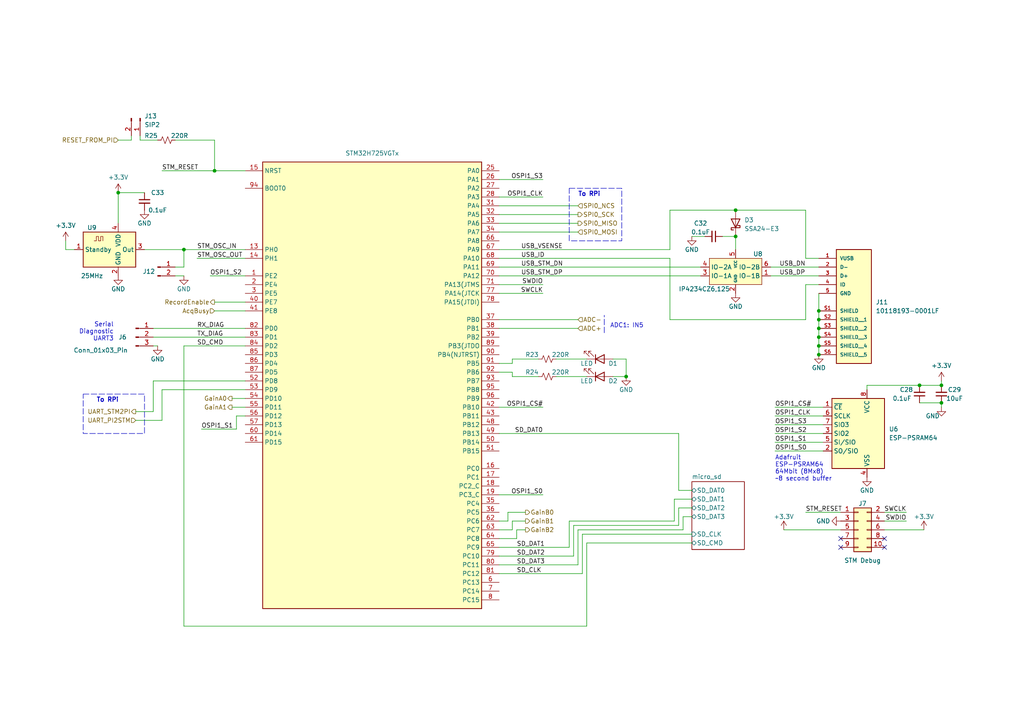
<source format=kicad_sch>
(kicad_sch (version 20230121) (generator eeschema)
  (paper "A4")
  (lib_symbols
    (symbol "Connector:Conn_01x02_Pin" (pin_names (offset 1.016) hide)
      (property "Reference" "J" (at 0 2.54 0))
      (property "Value" "Conn_01x02_Pin" (at 0 -5.08 0))
      (symbol "Conn_01x02_Pin_1_1"
        (polyline (pts (xy 1.27 -2.54) (xy 0.8636 -2.54)) (stroke (width 0.1524)))
        (polyline (pts (xy 1.27 0) (xy 0.8636 0)) (stroke (width 0.1524)))
        (rectangle (start 0.8636 -2.413) (end 0 -2.667) (stroke (width 0.1524)) (fill (type outline)))
        (rectangle (start 0.8636 0.127) (end 0 -0.127) (stroke (width 0.1524)) (fill (type outline)))
        (pin passive line (at 5.08 0 180) (length 3.81) (name "Pin_1") (number "1"))
        (pin passive line (at 5.08 -2.54 180) (length 3.81) (name "Pin_2") (number "2"))
      )
    )
    (symbol "Connector:Conn_01x03_Pin" (pin_names (offset 1.016) hide)
      (property "Reference" "J" (at 0 5.08 0))
      (property "Value" "Conn_01x03_Pin" (at 0 -5.08 0))
      (symbol "Conn_01x03_Pin_1_1"
        (polyline (pts (xy 1.27 -2.54) (xy 0.8636 -2.54)) (stroke (width 0.1524)))
        (polyline (pts (xy 1.27 0) (xy 0.8636 0)) (stroke (width 0.1524)))
        (polyline (pts (xy 1.27 2.54) (xy 0.8636 2.54)) (stroke (width 0.1524)))
        (rectangle (start 0.8636 -2.413) (end 0 -2.667) (stroke (width 0.1524)) (fill (type outline)))
        (rectangle (start 0.8636 0.127) (end 0 -0.127) (stroke (width 0.1524)) (fill (type outline)))
        (rectangle (start 0.8636 2.667) (end 0 2.413) (stroke (width 0.1524)) (fill (type outline)))
        (pin passive line (at 5.08 2.54 180) (length 3.81) (name "Pin_1") (number "1"))
        (pin passive line (at 5.08 0 180) (length 3.81) (name "Pin_2") (number "2"))
        (pin passive line (at 5.08 -2.54 180) (length 3.81) (name "Pin_3") (number "3"))
      )
    )
    (symbol "Connector_Generic:Conn_02x05_Odd_Even" (pin_names (offset 1.016) hide)
      (property "Reference" "J" (at 1.27 7.62 0))
      (property "Value" "Conn_02x05_Odd_Even" (at 1.27 -7.62 0))
      (symbol "Conn_02x05_Odd_Even_1_1"
        (rectangle (start -1.27 -4.953) (end 0 -5.207) (stroke (width 0.1524)))
        (rectangle (start -1.27 -2.413) (end 0 -2.667) (stroke (width 0.1524)))
        (rectangle (start -1.27 0.127) (end 0 -0.127) (stroke (width 0.1524)))
        (rectangle (start -1.27 2.667) (end 0 2.413) (stroke (width 0.1524)))
        (rectangle (start -1.27 5.207) (end 0 4.953) (stroke (width 0.1524)))
        (rectangle (start -1.27 6.35) (end 3.81 -6.35) (stroke (width 0.254)) (fill (type background)))
        (rectangle (start 3.81 -4.953) (end 2.54 -5.207) (stroke (width 0.1524)))
        (rectangle (start 3.81 -2.413) (end 2.54 -2.667) (stroke (width 0.1524)))
        (rectangle (start 3.81 0.127) (end 2.54 -0.127) (stroke (width 0.1524)))
        (rectangle (start 3.81 2.667) (end 2.54 2.413) (stroke (width 0.1524)))
        (rectangle (start 3.81 5.207) (end 2.54 4.953) (stroke (width 0.1524)))
        (pin passive line (at -5.08 5.08 0) (length 3.81) (name "Pin_1") (number "1"))
        (pin passive line (at 7.62 -5.08 180) (length 3.81) (name "Pin_10") (number "10"))
        (pin passive line (at 7.62 5.08 180) (length 3.81) (name "Pin_2") (number "2"))
        (pin passive line (at -5.08 2.54 0) (length 3.81) (name "Pin_3") (number "3"))
        (pin passive line (at 7.62 2.54 180) (length 3.81) (name "Pin_4") (number "4"))
        (pin passive line (at -5.08 0 0) (length 3.81) (name "Pin_5") (number "5"))
        (pin passive line (at 7.62 0 180) (length 3.81) (name "Pin_6") (number "6"))
        (pin passive line (at -5.08 -2.54 0) (length 3.81) (name "Pin_7") (number "7"))
        (pin passive line (at 7.62 -2.54 180) (length 3.81) (name "Pin_8") (number "8"))
        (pin passive line (at -5.08 -5.08 0) (length 3.81) (name "Pin_9") (number "9"))
      )
    )
    (symbol "Device:C_Small" (pin_numbers hide) (pin_names (offset 0.254) hide)
      (property "Reference" "C" (at 0.254 1.778 0))
      (property "Value" "C_Small" (at 0.254 -2.032 0))
      (symbol "C_Small_0_1"
        (polyline (pts (xy -1.524 -0.508) (xy 1.524 -0.508)) (stroke (width 0.3302)))
        (polyline (pts (xy -1.524 0.508) (xy 1.524 0.508)) (stroke (width 0.3048)))
      )
      (symbol "C_Small_1_1"
        (pin passive line (at 0 2.54 270) (length 2.032) (name "~") (number "1"))
        (pin passive line (at 0 -2.54 90) (length 2.032) (name "~") (number "2"))
      )
    )
    (symbol "Device:D_Schottky" (pin_numbers hide) (pin_names (offset 1.016) hide)
      (property "Reference" "D" (at 0 2.54 0))
      (property "Value" "D_Schottky" (at 0 -2.54 0))
      (symbol "D_Schottky_0_1"
        (polyline (pts (xy 1.27 0) (xy -1.27 0)))
        (polyline (pts (xy 1.27 1.27) (xy 1.27 -1.27) (xy -1.27 0) (xy 1.27 1.27)) (stroke (width 0.254)))
        (polyline (pts (xy -1.905 0.635) (xy -1.905 1.27) (xy -1.27 1.27) (xy -1.27 -1.27) (xy -0.635 -1.27) (xy -0.635 -0.635)) (stroke (width 0.254)))
      )
      (symbol "D_Schottky_1_1"
        (pin passive line (at -3.81 0 0) (length 2.54) (name "K") (number "1"))
        (pin passive line (at 3.81 0 180) (length 2.54) (name "A") (number "2"))
      )
    )
    (symbol "Device:LED" (pin_numbers hide) (pin_names (offset 1.016) hide)
      (property "Reference" "D" (at 0 2.54 0))
      (property "Value" "LED" (at 0 -2.54 0))
      (symbol "LED_0_1"
        (polyline (pts (xy -1.27 -1.27) (xy -1.27 1.27)) (stroke (width 0.254)))
        (polyline (pts (xy -1.27 0) (xy 1.27 0)))
        (polyline (pts (xy 1.27 -1.27) (xy 1.27 1.27) (xy -1.27 0) (xy 1.27 -1.27)) (stroke (width 0.254)))
        (polyline (pts (xy -3.048 -0.762) (xy -4.572 -2.286) (xy -3.81 -2.286) (xy -4.572 -2.286) (xy -4.572 -1.524)))
        (polyline (pts (xy -1.778 -0.762) (xy -3.302 -2.286) (xy -2.54 -2.286) (xy -3.302 -2.286) (xy -3.302 -1.524)))
      )
      (symbol "LED_1_1"
        (pin passive line (at -3.81 0 0) (length 2.54) (name "K") (number "1"))
        (pin passive line (at 3.81 0 180) (length 2.54) (name "A") (number "2"))
      )
    )
    (symbol "Device:R_Small_US" (pin_numbers hide) (pin_names (offset 0.254) hide)
      (property "Reference" "R" (at 0.762 0.508 0))
      (property "Value" "R_Small_US" (at 0.762 -1.016 0))
      (symbol "R_Small_US_1_1"
        (polyline (pts (xy 0 0) (xy 1.016 -0.381) (xy 0 -0.762) (xy -1.016 -1.143) (xy 0 -1.524)))
        (polyline (pts (xy 0 1.524) (xy 1.016 1.143) (xy 0 0.762) (xy -1.016 0.381) (xy 0 0)))
        (pin passive line (at 0 2.54 270) (length 1.016) (name "~") (number "1"))
        (pin passive line (at 0 -2.54 90) (length 1.016) (name "~") (number "2"))
      )
    )
    (symbol "Memory_RAM:ESP-PSRAM32"
      (property "Reference" "U" (at 3.81 11.43 0))
      (property "Value" "ESP-PSRAM32" (at -1.27 -11.43 0))
      (symbol "ESP-PSRAM32_0_1"
        (rectangle (start -7.62 10.16) (end 7.62 -10.16) (stroke (width 0.254)) (fill (type background)))
      )
      (symbol "ESP-PSRAM32_1_1"
        (pin input line (at 10.16 7.62 180) (length 2.54) (name "~{CE}") (number "1"))
        (pin output line (at 10.16 -5.08 180) (length 2.54) (name "SO/SIO") (number "2"))
        (pin bidirectional line (at 10.16 0 180) (length 2.54) (name "SIO2") (number "3"))
        (pin power_in line (at -2.54 -12.7 90) (length 2.54) (name "VSS") (number "4"))
        (pin input line (at 10.16 -2.54 180) (length 2.54) (name "SI/SIO") (number "5"))
        (pin output line (at 10.16 5.08 180) (length 2.54) (name "SCLK") (number "6"))
        (pin bidirectional line (at 10.16 2.54 180) (length 2.54) (name "SIO3") (number "7"))
        (pin power_in line (at -2.54 12.7 270) (length 2.54) (name "VCC") (number "8"))
      )
    )
    (symbol "Oscillator:ASDMB-xxxMHz"
      (property "Reference" "U" (at -6.35 6.35 0))
      (property "Value" "ASDMB-xxxMHz" (at 11.43 6.35 0))
      (symbol "ASDMB-xxxMHz_1_1"
        (rectangle (start -7.62 5.08) (end 7.62 -5.08) (stroke (width 0.254)) (fill (type background)))
        (polyline (pts (xy -4.445 2.54) (xy -3.81 2.54) (xy -3.81 3.81) (xy -3.175 3.81) (xy -3.175 2.54) (xy -2.54 2.54) (xy -2.54 3.81) (xy -1.905 3.81) (xy -1.905 2.54)))
        (pin input line (at -10.16 0 0) (length 2.54) (name "Standby") (number "1"))
        (pin power_in line (at 2.54 -7.62 90) (length 2.54) (name "GND") (number "2"))
        (pin output line (at 10.16 0 180) (length 2.54) (name "Out") (number "3"))
        (pin power_in line (at 2.54 7.62 270) (length 2.54) (name "VDD") (number "4"))
      )
    )
    (symbol "power:+3.3V" (power) (pin_names (offset 0))
      (property "Value" "+3.3V" (at 0 3.556 0))
      (symbol "+3.3V_0_1"
        (polyline (pts (xy -0.762 1.27) (xy 0 2.54)))
        (polyline (pts (xy 0 0) (xy 0 2.54)))
        (polyline (pts (xy 0 2.54) (xy 0.762 1.27)))
      )
      (symbol "+3.3V_1_1"
        (pin power_in line (at 0 0 90) (length 0) hide (name "+3.3V") (number "1"))
      )
    )
    (symbol "power:GND" (power) (pin_names (offset 0))
      (property "Value" "GND" (at 0 -3.81 0))
      (symbol "GND_0_1"
        (polyline (pts (xy 0 0) (xy 0 -1.27) (xy 1.27 -1.27) (xy 0 -2.54) (xy -1.27 -1.27) (xy 0 -1.27)))
      )
      (symbol "GND_1_1"
        (pin power_in line (at 0 0 270) (length 0) hide (name "GND") (number "1"))
      )
    )
    (symbol "projectlib:10118193-0001LF" (pin_names (offset 1.016))
      (property "Reference" "J" (at -5.0817 10.9286 0))
      (property "Value" "10118193-0001LF" (at -5.0819 -25.4097 0))
      (symbol "10118193-0001LF_0_0"
        (rectangle (start -5.08 -22.86) (end 5.08 10.16) (stroke (width 0.254)) (fill (type background)))
        (pin passive line (at -10.16 7.62 0) (length 5.08) (name "VUSB") (number "1"))
        (pin passive line (at -10.16 5.08 0) (length 5.08) (name "D-") (number "2"))
        (pin passive line (at -10.16 2.54 0) (length 5.08) (name "D+") (number "3"))
        (pin passive line (at -10.16 0 0) (length 5.08) (name "ID") (number "4"))
        (pin passive line (at -10.16 -2.54 0) (length 5.08) (name "GND") (number "5"))
        (pin passive line (at -10.16 -7.62 0) (length 5.08) (name "SHIELD") (number "S1"))
        (pin passive line (at -10.16 -10.16 0) (length 5.08) (name "SHIELD__1") (number "S2"))
        (pin passive line (at -10.16 -12.7 0) (length 5.08) (name "SHIELD__2") (number "S3"))
        (pin passive line (at -10.16 -15.24 0) (length 5.08) (name "SHIELD__3") (number "S4"))
        (pin passive line (at -10.16 -17.78 0) (length 5.08) (name "SHIELD__4") (number "S5"))
        (pin passive line (at -10.16 -20.32 0) (length 5.08) (name "SHIELD__5") (number "S6"))
      )
    )
    (symbol "projectlib:IP4234CZ6,125"
      (property "Reference" "U" (at 2.54 6.35 0))
      (property "Value" "IP4234CZ6,125" (at 7.62 -7.62 0))
      (symbol "IP4234CZ6,125_1_0"
        (pin unspecified line (at -10.16 -3.81 0) (length 2.54) (name "IO-1B") (number "1"))
        (pin unspecified line (at 0 -8.89 90) (length 2.54) (name "GND") (number "2"))
        (pin unspecified line (at 10.16 -3.81 180) (length 2.54) (name "IO-1A") (number "3"))
        (pin unspecified line (at 10.16 -1.27 180) (length 2.54) (name "IO-2A") (number "4"))
        (pin unspecified line (at 0 3.81 270) (length 2.54) (name "VCC") (number "5"))
        (pin unspecified line (at -10.16 -1.27 0) (length 2.54) (name "IO-2B") (number "6"))
      )
      (symbol "IP4234CZ6,125_1_1"
        (rectangle (start -7.62 1.27) (end 7.62 -6.35) (fill (type background)))
      )
    )
    (symbol "projectlib:STM32H725VGTx"
      (property "Reference" "U" (at 6.35 25.4 0))
      (property "Value" "STM32H725VGTx" (at -2.54 76.2 0))
      (symbol "STM32H725VGTx_1_1"
        (rectangle (start -30.48 66.04) (end 33.02 -63.5) (stroke (width 0.254)) (fill (type background)))
        (pin bidirectional line (at -35.56 33.02 0) (length 5.08) (name "PE2") (number "1"))
        (pin bidirectional line (at -35.56 40.64 0) (length 5.08) (name "PH0") (number "13"))
        (pin bidirectional line (at -35.56 38.1 0) (length 5.08) (name "PH1") (number "14"))
        (pin input line (at -35.56 63.5 0) (length 5.08) (name "NRST") (number "15"))
        (pin bidirectional line (at 38.1 -22.86 180) (length 5.08) (name "PC0") (number "16"))
        (pin bidirectional line (at 38.1 -25.4 180) (length 5.08) (name "PC1") (number "17"))
        (pin bidirectional line (at 38.1 -27.94 180) (length 5.08) (name "PC2_C") (number "18"))
        (pin bidirectional line (at 38.1 -30.48 180) (length 5.08) (name "PC3_C") (number "19"))
        (pin bidirectional line (at -35.56 30.48 0) (length 5.08) (name "PE4") (number "2"))
        (pin bidirectional line (at 38.1 63.5 180) (length 5.08) (name "PA0") (number "25"))
        (pin bidirectional line (at 38.1 60.96 180) (length 5.08) (name "PA1") (number "26"))
        (pin bidirectional line (at 38.1 58.42 180) (length 5.08) (name "PA2") (number "27"))
        (pin bidirectional line (at 38.1 55.88 180) (length 5.08) (name "PA3") (number "28"))
        (pin bidirectional line (at -35.56 27.94 0) (length 5.08) (name "PE5") (number "3"))
        (pin bidirectional line (at 38.1 53.34 180) (length 5.08) (name "PA4") (number "31"))
        (pin bidirectional line (at 38.1 50.8 180) (length 5.08) (name "PA5") (number "32"))
        (pin bidirectional line (at 38.1 48.26 180) (length 5.08) (name "PA6") (number "33"))
        (pin bidirectional line (at 38.1 45.72 180) (length 5.08) (name "PA7") (number "34"))
        (pin bidirectional line (at 38.1 -33.02 180) (length 5.08) (name "PC4") (number "35"))
        (pin bidirectional line (at 38.1 -35.56 180) (length 5.08) (name "PC5") (number "36"))
        (pin bidirectional line (at 38.1 20.32 180) (length 5.08) (name "PB0") (number "37"))
        (pin bidirectional line (at 38.1 17.78 180) (length 5.08) (name "PB1") (number "38"))
        (pin bidirectional line (at 38.1 15.24 180) (length 5.08) (name "PB2") (number "39"))
        (pin bidirectional line (at -35.56 25.4 0) (length 5.08) (name "PE7") (number "40"))
        (pin bidirectional line (at -35.56 22.86 0) (length 5.08) (name "PE8") (number "41"))
        (pin bidirectional line (at 38.1 -5.08 180) (length 5.08) (name "PB10") (number "42"))
        (pin bidirectional line (at 38.1 -7.62 180) (length 5.08) (name "PB11") (number "43"))
        (pin bidirectional line (at 38.1 -10.16 180) (length 5.08) (name "PB12") (number "48"))
        (pin bidirectional line (at 38.1 -12.7 180) (length 5.08) (name "PB13") (number "49"))
        (pin bidirectional line (at 38.1 -15.24 180) (length 5.08) (name "PB14") (number "50"))
        (pin bidirectional line (at 38.1 -17.78 180) (length 5.08) (name "PB15") (number "51"))
        (pin bidirectional line (at -35.56 2.54 0) (length 5.08) (name "PD8") (number "52"))
        (pin bidirectional line (at -35.56 0 0) (length 5.08) (name "PD9") (number "53"))
        (pin bidirectional line (at -35.56 -2.54 0) (length 5.08) (name "PD10") (number "54"))
        (pin bidirectional line (at -35.56 -5.08 0) (length 5.08) (name "PD11") (number "55"))
        (pin bidirectional line (at -35.56 -7.62 0) (length 5.08) (name "PD12") (number "56"))
        (pin bidirectional line (at -35.56 -10.16 0) (length 5.08) (name "PD13") (number "57"))
        (pin bidirectional line (at 38.1 -55.88 180) (length 5.08) (name "PC13") (number "6"))
        (pin bidirectional line (at -35.56 -12.7 0) (length 5.08) (name "PD14") (number "60"))
        (pin bidirectional line (at -35.56 -15.24 0) (length 5.08) (name "PD15") (number "61"))
        (pin bidirectional line (at 38.1 -38.1 180) (length 5.08) (name "PC6") (number "62"))
        (pin bidirectional line (at 38.1 -40.64 180) (length 5.08) (name "PC7") (number "63"))
        (pin bidirectional line (at 38.1 -43.18 180) (length 5.08) (name "PC8") (number "64"))
        (pin bidirectional line (at 38.1 -45.72 180) (length 5.08) (name "PC9") (number "65"))
        (pin bidirectional line (at 38.1 43.18 180) (length 5.08) (name "PA8") (number "66"))
        (pin bidirectional line (at 38.1 40.64 180) (length 5.08) (name "PA9") (number "67"))
        (pin bidirectional line (at 38.1 38.1 180) (length 5.08) (name "PA10") (number "68"))
        (pin bidirectional line (at 38.1 35.56 180) (length 5.08) (name "PA11") (number "69"))
        (pin bidirectional line (at 38.1 -58.42 180) (length 5.08) (name "PC14") (number "7"))
        (pin bidirectional line (at 38.1 33.02 180) (length 5.08) (name "PA12") (number "70"))
        (pin bidirectional line (at 38.1 30.48 180) (length 5.08) (name "PA13(JTMS") (number "71"))
        (pin bidirectional line (at 38.1 27.94 180) (length 5.08) (name "PA14(JTCK") (number "77"))
        (pin bidirectional line (at 38.1 25.4 180) (length 5.08) (name "PA15(JTDI)") (number "78"))
        (pin bidirectional line (at 38.1 -48.26 180) (length 5.08) (name "PC10") (number "79"))
        (pin bidirectional line (at 38.1 -60.96 180) (length 5.08) (name "PC15") (number "8"))
        (pin bidirectional line (at 38.1 -50.8 180) (length 5.08) (name "PC11") (number "80"))
        (pin bidirectional line (at 38.1 -53.34 180) (length 5.08) (name "PC12") (number "81"))
        (pin bidirectional line (at -35.56 17.78 0) (length 5.08) (name "PD0") (number "82"))
        (pin bidirectional line (at -35.56 15.24 0) (length 5.08) (name "PD1") (number "83"))
        (pin bidirectional line (at -35.56 12.7 0) (length 5.08) (name "PD2") (number "84"))
        (pin bidirectional line (at -35.56 10.16 0) (length 5.08) (name "PD3") (number "85"))
        (pin bidirectional line (at -35.56 7.62 0) (length 5.08) (name "PD4") (number "86"))
        (pin bidirectional line (at -35.56 5.08 0) (length 5.08) (name "PD5") (number "87"))
        (pin bidirectional line (at 38.1 12.7 180) (length 5.08) (name "PB3(JTDO") (number "89"))
        (pin bidirectional line (at 38.1 10.16 180) (length 5.08) (name "PB4(NJTRST)") (number "90"))
        (pin bidirectional line (at 38.1 7.62 180) (length 5.08) (name "PB5") (number "91"))
        (pin bidirectional line (at 38.1 5.08 180) (length 5.08) (name "PB6") (number "92"))
        (pin bidirectional line (at 38.1 2.54 180) (length 5.08) (name "PB7") (number "93"))
        (pin input line (at -35.56 58.42 0) (length 5.08) (name "BOOT0") (number "94"))
        (pin bidirectional line (at 38.1 0 180) (length 5.08) (name "PB8") (number "95"))
        (pin bidirectional line (at 38.1 -2.54 180) (length 5.08) (name "PB9") (number "96"))
      )
      (symbol "STM32H725VGTx_2_1"
        (rectangle (start -10.16 74.93) (end 13.97 26.67) (fill (type background)))
        (pin power_in line (at -15.24 64.77 0) (length 5.08) (name "VLXSMPS") (number "10"))
        (pin power_in line (at 19.05 57.15 180) (length 5.08) (name "VDD") (number "100"))
        (pin power_in line (at 19.05 72.39 180) (length 5.08) (name "VDDSMPS") (number "11"))
        (pin input line (at -15.24 57.15 0) (length 5.08) (name "VFBSMPS") (number "12"))
        (pin power_in line (at 19.05 41.91 180) (length 5.08) (name "VDD") (number "20"))
        (pin power_in line (at -15.24 34.29 0) (length 5.08) (name "VSS") (number "21"))
        (pin power_in line (at -15.24 36.83 0) (length 5.08) (name "VSSA") (number "22"))
        (pin input line (at -15.24 62.23 0) (length 5.08) (name "VREF+") (number "23"))
        (pin power_in line (at 19.05 62.23 180) (length 5.08) (name "VDDA") (number "24"))
        (pin passive line (at -15.24 34.29 0) (length 5.08) hide (name "VSS") (number "29"))
        (pin power_in line (at 19.05 44.45 180) (length 5.08) (name "VDD") (number "30"))
        (pin power_in line (at 19.05 39.37 180) (length 5.08) (name "VDD") (number "4"))
        (pin power_out line (at -15.24 49.53 0) (length 5.08) (name "VCAP") (number "44"))
        (pin passive line (at -15.24 34.29 0) (length 5.08) hide (name "VSS") (number "45"))
        (pin power_in line (at 19.05 64.77 180) (length 5.08) (name "VDDLDO") (number "46"))
        (pin power_in line (at 19.05 46.99 180) (length 5.08) (name "VDD") (number "47"))
        (pin power_in line (at 19.05 36.83 180) (length 5.08) (name "VBAT") (number "5"))
        (pin passive line (at -15.24 34.29 0) (length 5.08) hide (name "VSS") (number "58"))
        (pin power_in line (at 19.05 49.53 180) (length 5.08) (name "VDD") (number "59"))
        (pin power_out line (at -15.24 46.99 0) (length 5.08) (name "VCAP") (number "72"))
        (pin passive line (at -15.24 34.29 0) (length 5.08) hide (name "VSS") (number "73"))
        (pin power_in line (at 19.05 67.31 180) (length 5.08) (name "VDDLDO") (number "74"))
        (pin power_in line (at 19.05 52.07 180) (length 5.08) (name "VDD") (number "75"))
        (pin power_in line (at 19.05 59.69 180) (length 5.08) (name "VDD33USB") (number "76"))
        (pin power_in line (at 19.05 54.61 180) (length 5.08) (name "VDD") (number "88"))
        (pin power_in line (at -15.24 39.37 0) (length 5.08) (name "VSSSMPS") (number "9"))
        (pin power_out line (at -15.24 44.45 0) (length 5.08) (name "VCAP") (number "97"))
        (pin passive line (at -15.24 34.29 0) (length 5.08) hide (name "VSS") (number "98"))
        (pin power_in line (at 19.05 69.85 180) (length 5.08) (name "VDDLDO") (number "99"))
      )
    )
  )
  (junction (at 237.49 102.87))
  (junction (at 273.05 116.84))
  (junction (at 237.49 100.33))
  (junction (at 237.49 97.79))
  (junction (at 181.61 109.22))
  (junction (at 62.23 49.53))
  (junction (at 53.34 72.39))
  (junction (at 237.49 92.71))
  (junction (at 213.36 60.96))
  (junction (at 273.05 111.76))
  (junction (at 237.49 90.17))
  (junction (at 34.29 55.88))
  (junction (at 237.49 95.25))
  (junction (at 213.36 68.58))
  (junction (at 266.7 111.76))
  (no_connect (at 256.54 156.21))
  (no_connect (at 243.84 156.21))
  (no_connect (at 243.84 158.75))
  (no_connect (at 256.54 158.75))
  (wire (pts (xy 62.23 49.53) (xy 71.12 49.53)))
  (wire (pts (xy 156.21 104.14) (xy 148.59 104.14)))
  (wire (pts (xy 224.79 123.19) (xy 238.76 123.19)))
  (wire (pts (xy 144.78 166.37) (xy 168.91 166.37)))
  (wire (pts (xy 237.49 95.25) (xy 237.49 97.79)))
  (wire (pts (xy 223.52 77.47) (xy 237.49 77.47)))
  (wire (pts (xy 44.45 95.25) (xy 71.12 95.25)))
  (wire (pts (xy 167.64 62.23) (xy 144.78 62.23)))
  (wire (pts (xy 46.99 121.92) (xy 46.99 113.03)))
  (wire (pts (xy 144.78 80.01) (xy 203.2 80.01)))
  (wire (pts (xy 147.32 148.59) (xy 147.32 151.13)))
  (wire (pts (xy 149.86 153.67) (xy 149.86 156.21)))
  (wire (pts (xy 62.23 40.64) (xy 62.23 49.53)))
  (wire (pts (xy 148.59 107.95) (xy 148.59 109.22)))
  (wire (pts (xy 148.59 105.41) (xy 144.78 105.41)))
  (wire (pts (xy 233.68 82.55) (xy 237.49 82.55)))
  (wire (pts (xy 224.79 118.11) (xy 238.76 118.11)))
  (wire (pts (xy 157.48 85.09) (xy 144.78 85.09)))
  (wire (pts (xy 251.46 111.76) (xy 266.7 111.76)))
  (wire (pts (xy 147.32 151.13) (xy 144.78 151.13)))
  (wire (pts (xy 194.31 60.96) (xy 194.31 72.39)))
  (wire (pts (xy 194.31 74.93) (xy 194.31 92.71)))
  (wire (pts (xy 62.23 90.17) (xy 71.12 90.17)))
  (wire (pts (xy 60.96 80.01) (xy 71.12 80.01)))
  (wire (pts (xy 144.78 92.71) (xy 167.64 92.71)))
  (wire (pts (xy 147.32 148.59) (xy 152.4 148.59)))
  (wire (pts (xy 273.05 110.49) (xy 273.05 111.76)))
  (wire (pts (xy 196.85 147.32) (xy 196.85 152.4)))
  (wire (pts (xy 53.34 72.39) (xy 71.12 72.39)))
  (wire (pts (xy 167.64 67.31) (xy 144.78 67.31)))
  (wire (pts (xy 148.59 104.14) (xy 148.59 105.41)))
  (wire (pts (xy 53.34 72.39) (xy 53.34 77.47)))
  (wire (pts (xy 195.58 151.13) (xy 195.58 144.78)))
  (wire (pts (xy 57.15 74.93) (xy 71.12 74.93)))
  (wire (pts (xy 45.72 100.33) (xy 44.45 100.33)))
  (wire (pts (xy 166.37 152.4) (xy 166.37 161.29)))
  (wire (pts (xy 167.64 64.77) (xy 144.78 64.77)))
  (wire (pts (xy 251.46 111.76) (xy 251.46 113.03)))
  (wire (pts (xy 224.79 130.81) (xy 238.76 130.81)))
  (wire (pts (xy 148.59 151.13) (xy 152.4 151.13)))
  (wire (pts (xy 157.48 52.07) (xy 144.78 52.07)))
  (wire (pts (xy 39.37 119.38) (xy 44.45 119.38)))
  (wire (pts (xy 144.78 74.93) (xy 194.31 74.93)))
  (wire (pts (xy 181.61 104.14) (xy 181.61 109.22)))
  (wire (pts (xy 53.34 100.33) (xy 53.34 181.61)))
  (wire (pts (xy 194.31 60.96) (xy 213.36 60.96)))
  (wire (pts (xy 194.31 92.71) (xy 233.68 92.71)))
  (wire (pts (xy 148.59 151.13) (xy 148.59 153.67)))
  (wire (pts (xy 256.54 151.13) (xy 262.89 151.13)))
  (wire (pts (xy 46.99 113.03) (xy 71.12 113.03)))
  (wire (pts (xy 256.54 148.59) (xy 262.89 148.59)))
  (wire (pts (xy 209.55 68.58) (xy 213.36 68.58)))
  (wire (pts (xy 144.78 158.75) (xy 165.1 158.75)))
  (wire (pts (xy 53.34 80.01) (xy 50.8 80.01)))
  (wire (pts (xy 58.42 124.46) (xy 68.58 124.46)))
  (wire (pts (xy 237.49 97.79) (xy 237.49 100.33)))
  (wire (pts (xy 195.58 144.78) (xy 200.66 144.78)))
  (wire (pts (xy 39.37 121.92) (xy 46.99 121.92)))
  (wire (pts (xy 168.91 154.94) (xy 168.91 166.37)))
  (wire (pts (xy 144.78 125.73) (xy 196.85 125.73)))
  (wire (pts (xy 196.85 142.24) (xy 200.66 142.24)))
  (wire (pts (xy 157.48 57.15) (xy 144.78 57.15)))
  (polyline (pts (xy 175.26 96.52) (xy 175.26 91.44)) (stroke (width 0) (type dash)))
  (wire (pts (xy 198.12 149.86) (xy 198.12 153.67)))
  (wire (pts (xy 177.8 104.14) (xy 181.61 104.14)))
  (wire (pts (xy 144.78 163.83) (xy 167.64 163.83)))
  (wire (pts (xy 157.48 118.11) (xy 144.78 118.11)))
  (wire (pts (xy 144.78 72.39) (xy 194.31 72.39)))
  (wire (pts (xy 40.64 40.64) (xy 45.72 40.64)))
  (wire (pts (xy 233.68 60.96) (xy 233.68 74.93)))
  (wire (pts (xy 233.68 148.59) (xy 243.84 148.59)))
  (wire (pts (xy 46.99 49.53) (xy 62.23 49.53)))
  (wire (pts (xy 237.49 92.71) (xy 237.49 95.25)))
  (wire (pts (xy 233.68 74.93) (xy 237.49 74.93)))
  (wire (pts (xy 44.45 119.38) (xy 44.45 110.49)))
  (wire (pts (xy 237.49 85.09) (xy 237.49 90.17)))
  (wire (pts (xy 148.59 109.22) (xy 156.21 109.22)))
  (wire (pts (xy 161.29 109.22) (xy 170.18 109.22)))
  (wire (pts (xy 168.91 154.94) (xy 200.66 154.94)))
  (wire (pts (xy 19.05 69.85) (xy 19.05 72.39)))
  (wire (pts (xy 224.79 128.27) (xy 238.76 128.27)))
  (wire (pts (xy 144.78 107.95) (xy 148.59 107.95)))
  (wire (pts (xy 196.85 147.32) (xy 200.66 147.32)))
  (wire (pts (xy 44.45 110.49) (xy 71.12 110.49)))
  (wire (pts (xy 38.1 39.37) (xy 38.1 40.64)))
  (wire (pts (xy 144.78 77.47) (xy 203.2 77.47)))
  (wire (pts (xy 34.29 40.64) (xy 38.1 40.64)))
  (wire (pts (xy 148.59 153.67) (xy 144.78 153.67)))
  (wire (pts (xy 198.12 153.67) (xy 167.64 153.67)))
  (wire (pts (xy 213.36 60.96) (xy 233.68 60.96)))
  (wire (pts (xy 68.58 124.46) (xy 68.58 120.65)))
  (wire (pts (xy 167.64 59.69) (xy 144.78 59.69)))
  (wire (pts (xy 62.23 87.63) (xy 71.12 87.63)))
  (wire (pts (xy 256.54 153.67) (xy 267.97 153.67)))
  (wire (pts (xy 50.8 40.64) (xy 62.23 40.64)))
  (wire (pts (xy 223.52 80.01) (xy 237.49 80.01)))
  (wire (pts (xy 34.29 55.88) (xy 34.29 64.77)))
  (wire (pts (xy 41.91 72.39) (xy 53.34 72.39)))
  (wire (pts (xy 67.31 118.11) (xy 71.12 118.11)))
  (wire (pts (xy 233.68 92.71) (xy 233.68 82.55)))
  (wire (pts (xy 200.66 68.58) (xy 204.47 68.58)))
  (wire (pts (xy 144.78 161.29) (xy 166.37 161.29)))
  (wire (pts (xy 40.64 39.37) (xy 40.64 40.64)))
  (wire (pts (xy 149.86 153.67) (xy 152.4 153.67)))
  (wire (pts (xy 227.33 153.67) (xy 243.84 153.67)))
  (wire (pts (xy 273.05 116.84) (xy 273.05 118.11)))
  (wire (pts (xy 67.31 115.57) (xy 71.12 115.57)))
  (wire (pts (xy 224.79 125.73) (xy 238.76 125.73)))
  (wire (pts (xy 157.48 143.51) (xy 144.78 143.51)))
  (wire (pts (xy 161.29 104.14) (xy 170.18 104.14)))
  (wire (pts (xy 177.8 109.22) (xy 181.61 109.22)))
  (wire (pts (xy 157.48 82.55) (xy 144.78 82.55)))
  (wire (pts (xy 196.85 125.73) (xy 196.85 142.24)))
  (wire (pts (xy 167.64 153.67) (xy 167.64 163.83)))
  (wire (pts (xy 170.18 157.48) (xy 200.66 157.48)))
  (wire (pts (xy 266.7 116.84) (xy 273.05 116.84)))
  (wire (pts (xy 149.86 156.21) (xy 144.78 156.21)))
  (wire (pts (xy 167.64 95.25) (xy 144.78 95.25)))
  (wire (pts (xy 237.49 100.33) (xy 237.49 102.87)))
  (wire (pts (xy 50.8 77.47) (xy 53.34 77.47)))
  (wire (pts (xy 266.7 111.76) (xy 273.05 111.76)))
  (wire (pts (xy 19.05 72.39) (xy 21.59 72.39)))
  (wire (pts (xy 44.45 97.79) (xy 71.12 97.79)))
  (wire (pts (xy 53.34 100.33) (xy 71.12 100.33)))
  (wire (pts (xy 213.36 68.58) (xy 213.36 72.39)))
  (wire (pts (xy 196.85 152.4) (xy 166.37 152.4)))
  (wire (pts (xy 34.29 55.88) (xy 41.91 55.88)))
  (wire (pts (xy 198.12 149.86) (xy 200.66 149.86)))
  (wire (pts (xy 170.18 181.61) (xy 170.18 157.48)))
  (wire (pts (xy 224.79 120.65) (xy 238.76 120.65)))
  (wire (pts (xy 237.49 90.17) (xy 237.49 92.71)))
  (wire (pts (xy 165.1 151.13) (xy 195.58 151.13)))
  (wire (pts (xy 68.58 120.65) (xy 71.12 120.65)))
  (wire (pts (xy 165.1 158.75) (xy 165.1 151.13)))
  (wire (pts (xy 53.34 181.61) (xy 170.18 181.61)))
  (rectangle (start 24.13 114.3) (end 41.91 125.73) (stroke (width 0) (type dash)))
  (rectangle (start 165.1 54.61) (end 180.34 69.85) (stroke (width 0) (type dash)))
  (text "Adafruit\nESP-PSRAM64\n64Mbit (8Mx8)\n~8 second buffer" (at 224.79 139.7 0) (effects (font (size 1.27 1.27)) (justify left bottom)))
  (text "Serial\nDiagnostic\nUART3" (at 33.02 99.06 0) (effects (font (size 1.27 1.27)) (justify right bottom)))
  (text "ADC1: IN5" (at 186.69 95.25 0) (effects (font (size 1.27 1.27)) (justify right bottom)))
  (text "To RPi" (at 27.94 116.84 0) (effects (font (size 1.27 1.27) (thickness 0.254) bold) (justify left bottom)))
  (text "To RPi" (at 167.64 57.15 0) (effects (font (size 1.27 1.27) (thickness 0.254) bold) (justify left bottom)))
  (label "USB_ID" (at 151.13 74.93 0))
  (label "OSPI1_S0" (at 157.48 143.51 180))
  (label "SWDIO" (at 262.89 151.13 180))
  (label "STM_RESET" (at 233.68 148.59 0))
  (label "OSPI1_S1" (at 58.42 124.46 0))
  (label "STM_OSC_OUT" (at 57.15 74.93 0))
  (label "OSPI1_S3" (at 224.79 123.19 0))
  (label "OSPI1_S1" (at 224.79 128.27 0))
  (label "SD_CMD" (at 57.15 100.33 0))
  (label "SD_DAT1" (at 149.86 158.75 0))
  (label "OSPI1_CS#" (at 157.48 118.11 180))
  (label "USB_VSENSE" (at 151.13 72.39 0))
  (label "SWCLK" (at 157.48 85.09 180))
  (label "SD_DAT2" (at 149.86 161.29 0))
  (label "OSPI1_CLK" (at 224.79 120.65 0))
  (label "USB_DP" (at 226.06 80.01 0))
  (label "RX_DIAG" (at 57.15 95.25 0))
  (label "SD_CLK" (at 149.86 166.37 0))
  (label "OSPI1_CLK" (at 157.48 57.15 180))
  (label "USB_DN" (at 226.06 77.47 0))
  (label "TX_DIAG" (at 57.15 97.79 0))
  (label "OSPI1_CS#" (at 224.79 118.11 0))
  (label "SWDIO" (at 157.48 82.55 180))
  (label "OSPI1_S2" (at 224.79 125.73 0))
  (label "USB_STM_DP" (at 151.13 80.01 0))
  (label "OSPI1_S2" (at 60.96 80.01 0))
  (label "OSPI1_S0" (at 224.79 130.81 0))
  (label "USB_STM_DN" (at 151.13 77.47 0))
  (label "SD_DAT3" (at 149.86 163.83 0))
  (label "OSPI1_S3" (at 157.48 52.07 180))
  (label "SD_DAT0" (at 157.48 125.73 180))
  (label "SWCLK" (at 262.89 148.59 180))
  (label "STM_OSC_IN" (at 57.15 72.39 0))
  (label "STM_RESET" (at 46.99 49.53 0))
  (hierarchical_label "UART_STM2PI" (shape output) (at 39.37 119.38 180))
  (hierarchical_label "SPI0_MISO" (shape output) (at 167.64 64.77 0))
  (hierarchical_label "GainB2" (shape output) (at 152.4 153.67 0))
  (hierarchical_label "GainA0" (shape output) (at 67.31 115.57 180))
  (hierarchical_label "RESET_FROM_PI" (shape input) (at 34.29 40.64 180))
  (hierarchical_label "GainA1" (shape output) (at 67.31 118.11 180))
  (hierarchical_label "ADC+" (shape input) (at 167.64 95.25 0))
  (hierarchical_label "SPI0_MOSI" (shape input) (at 167.64 67.31 0))
  (hierarchical_label "GainB0" (shape output) (at 152.4 148.59 0))
  (hierarchical_label "GainB1" (shape output) (at 152.4 151.13 0))
  (hierarchical_label "SPI0_SCK" (shape output) (at 167.64 62.23 0))
  (hierarchical_label "RecordEnable" (shape output) (at 62.23 87.63 180))
  (hierarchical_label "ADC-" (shape input) (at 167.64 92.71 0))
  (hierarchical_label "AcqBusy" (shape input) (at 62.23 90.17 180))
  (hierarchical_label "UART_PI2STM" (shape input) (at 39.37 121.92 180))
  (hierarchical_label "SPI0_NCS" (shape input) (at 167.64 59.69 0))
  (symbol (lib_id "Device:R_Small_US") (at 158.75 109.22 90) (unit 1)
    (property "Reference" "R24" (at 154.305 107.95 90))
    (property "Value" "220R" (at 162.56 107.95 90))
    (property "Footprint" "Resistor_SMD:R_0603_1608Metric" (effects hide))
  )
  (symbol (lib_id "Device:LED") (at 173.99 109.22 0) (mirror x) (unit 1)
    (property "Reference" "D2" (at 177.8 110.49 0))
    (property "Value" "LED" (at 170.18 110.49 0))
    (property "Footprint" "LED_SMD:LED_0805_2012Metric" (effects hide))
    (property "DIGI" "3147-B1701UY--20D000214U1930CT-ND" (effects hide))
    (property "MFG" "Harvatek Corporation" (effects hide))
    (property "PN" "B1701UY--20D000214U1930" (effects hide))
  )
  (symbol (lib_id "power:GND") (at 273.05 118.11 0) (unit 1)
    (property "Reference" "#PWR040" (effects hide))
    (property "Value" "GND" (at 270.51 120.65 0))
  )
  (symbol (lib_id "Connector:Conn_01x02_Pin") (at 40.64 34.29 270) (unit 1)
    (property "Reference" "J13" (at 41.91 33.655 90) (effects (justify left)))
    (property "Value" "SIP2" (at 41.91 36.195 90) (effects (justify left)))
    (property "Footprint" "Connector_PinHeader_2.54mm:PinHeader_1x02_P2.54mm_Vertical" (effects hide))
  )
  (symbol (lib_id "projectlib:IP4234CZ6,125") (at 213.36 76.2 0) (mirror y) (unit 1)
    (property "Reference" "U8" (at 218.44 73.66 0) (effects (justify right)))
    (property "Value" "IP4234CZ6,125" (at 196.85 83.82 0) (effects (justify right)))
    (property "Footprint" "Package_SO:TSOP-6_1.65x3.05mm_P0.95mm" (effects hide))
    (property "DIGI" "1727-4717-1-ND" (effects hide))
    (property "MFG" "Nexperia USA Inc." (effects hide))
    (property "PN" "IP4234CZ6,125" (effects hide))
  )
  (symbol (lib_id "Device:C_Small") (at 41.91 58.42 0) (mirror y) (unit 1)
    (property "Reference" "C33" (at 45.72 55.88 0))
    (property "Value" "0.1uF" (at 45.72 60.96 0))
    (property "Footprint" "Capacitor_SMD:C_0603_1608Metric" (effects hide))
    (property "MFG" "Samsung" (effects hide))
    (property "PN" "CL10B104KB8NNNC" (effects hide))
    (property "DIGI" "1276-1000-1-ND" (effects hide))
  )
  (symbol (lib_id "Device:R_Small_US") (at 48.26 40.64 90) (unit 1)
    (property "Reference" "R25" (at 43.815 39.37 90))
    (property "Value" "220R" (at 52.07 39.37 90))
    (property "Footprint" "Resistor_SMD:R_0603_1608Metric" (effects hide))
  )
  (symbol (lib_id "power:+3.3V") (at 34.29 55.88 0) (unit 1)
    (property "Reference" "#PWR063" (effects hide))
    (property "Value" "+3.3V" (at 34.29 51.435 0))
  )
  (symbol (lib_id "Connector:Conn_01x02_Pin") (at 45.72 77.47 0) (unit 1)
    (property "Reference" "J12" (at 43.18 78.74 0))
    (property "Value" "Conn_01x02_Pin" (effects hide))
    (property "Footprint" "Connector_PinHeader_2.00mm:PinHeader_1x02_P2.00mm_Vertical" (effects hide))
  )
  (symbol (lib_id "Device:LED") (at 173.99 104.14 0) (mirror x) (unit 1)
    (property "Reference" "D1" (at 177.8 105.41 0))
    (property "Value" "LED" (at 170.18 105.41 0))
    (property "Footprint" "LED_SMD:LED_0805_2012Metric" (effects hide))
    (property "DIGI" "3147-B1701UY--20D000214U1930CT-ND" (effects hide))
    (property "MFG" "Harvatek Corporation" (effects hide))
    (property "PN" "B1701UY--20D000214U1930" (effects hide))
  )
  (symbol (lib_id "power:GND") (at 200.66 68.58 0) (unit 1)
    (property "Reference" "#PWR058" (effects hide))
    (property "Value" "GND" (at 200.66 72.39 0))
  )
  (symbol (lib_id "Connector_Generic:Conn_02x05_Odd_Even") (at 248.92 153.67 0) (unit 1)
    (property "Reference" "J7" (at 250.19 146.05 0))
    (property "Value" "STM Debug" (at 250.19 162.56 0))
    (property "Footprint" "Connector_PinSocket_2.54mm:PinSocket_2x05_P2.54mm_Vertical" (effects hide))
    (property "MFG" "Sullins" (effects hide))
    (property "PN" "SFH11-PBPC-D05-ST-BK" (effects hide))
    (property "DIGI" "S9194-ND" (effects hide))
  )
  (symbol (lib_id "power:GND") (at 45.72 100.33 0) (unit 1)
    (property "Reference" "#PWR042" (effects hide))
    (property "Value" "GND" (at 45.72 104.14 0))
  )
  (symbol (lib_id "power:GND") (at 237.49 102.87 0) (unit 1)
    (property "Reference" "#PWR055" (effects hide))
    (property "Value" "GND" (at 237.49 106.68 0))
  )
  (symbol (lib_id "power:GND") (at 181.61 109.22 0) (unit 1)
    (property "Reference" "#PWR056" (effects hide))
    (property "Value" "GND" (at 181.61 113.03 0))
  )
  (symbol (lib_id "Connector:Conn_01x03_Pin") (at 39.37 97.79 0) (unit 1)
    (property "Reference" "J6" (at 35.56 97.79 0))
    (property "Value" "Conn_01x03_Pin" (at 29.21 101.6 0))
    (property "Footprint" "Connector_PinHeader_2.54mm:PinHeader_1x03_P2.54mm_Vertical" (effects hide))
    (property "MFG" "-" (effects hide))
    (property "PN" "-" (effects hide))
  )
  (symbol (lib_id "Device:R_Small_US") (at 158.75 104.14 90) (unit 1)
    (property "Reference" "R23" (at 154.305 102.87 90))
    (property "Value" "220R" (at 162.56 102.87 90))
    (property "Footprint" "Resistor_SMD:R_0603_1608Metric" (effects hide))
  )
  (symbol (lib_id "Device:C_Small") (at 266.7 114.3 0) (mirror x) (unit 1)
    (property "Reference" "C28" (at 262.89 113.03 0))
    (property "Value" "0.1uF" (at 261.62 115.57 0))
    (property "Footprint" "Capacitor_SMD:C_0603_1608Metric" (effects hide))
    (property "MFG" "Samsung" (effects hide))
    (property "PN" "CL10B104KB8NNNC" (effects hide))
    (property "DIGI" "1276-1000-1-ND" (effects hide))
  )
  (symbol (lib_id "projectlib:STM32H725VGTx") (at 106.68 113.03 0) (unit 1)
    (property "Reference" "U7" (effects hide))
    (property "Value" "STM32H725VGTx" (at 107.95 44.45 0))
    (property "Footprint" "Package_QFP:LQFP-100_14x14mm_P0.5mm" (effects hide))
    (property "Datasheet" "https://www.st.com/resource/en/datasheet/stm32h725vg.pdf" (effects hide))
  )
  (symbol (lib_id "Device:D_Schottky") (at 213.36 64.77 90) (unit 1)
    (property "Reference" "D3" (at 215.9 63.8175 90) (effects (justify right)))
    (property "Value" "SSA24-E3" (at 215.9 66.3575 90) (effects (justify right)))
    (property "Footprint" "Diode_SMD:D_SMA" (effects hide))
    (property "DIGI" "SSA24-E3/61TGICT-ND" (effects hide))
    (property "MFG" "Vishay" (effects hide))
    (property "PN" "SSA24-E3/61T" (effects hide))
  )
  (symbol (lib_id "Device:C_Small") (at 273.05 114.3 0) (mirror x) (unit 1)
    (property "Reference" "C29" (at 276.86 113.03 0))
    (property "Value" "10uF" (at 276.86 115.57 0))
    (property "Footprint" "Capacitor_SMD:C_0805_2012Metric" (effects hide))
    (property "MFG" "Samsung" (effects hide))
    (property "PN" "CL21A106KOQNNNE" (effects hide))
    (property "DIGI" "1276-1096-1-ND" (effects hide))
  )
  (symbol (lib_id "Memory_RAM:ESP-PSRAM32") (at 248.92 125.73 0) (mirror y) (unit 1)
    (property "Reference" "U6" (at 257.81 124.46 0) (effects (justify right)))
    (property "Value" "ESP-PSRAM64" (at 257.81 127 0) (effects (justify right)))
    (property "Footprint" "Package_SO:SOIC-8_3.9x4.9mm_P1.27mm" (effects hide))
    (property "Datasheet" "https://www.espressif.com/sites/default/files/documentation/esp-psram32_datasheet_en.pdf" (effects hide))
    (property "DIGI" "1528-4677-ND" (effects hide))
    (property "MFG" "Adafruit Industries LLC" (effects hide))
    (property "PN" "4677" (effects hide))
  )
  (symbol (lib_id "projectlib:10118193-0001LF") (at 247.65 82.55 0) (unit 1)
    (property "Reference" "J11" (at 254 87.63 0) (effects (justify left)))
    (property "Value" "10118193-0001LF" (at 254 90.17 0) (effects (justify left)))
    (property "Footprint" "projectlib:AMPHENOL_10118193-0001LF" (effects hide))
    (property "PARTREV" "E" (effects hide))
    (property "MANUFACTURER" "Amphenol FCI" (effects hide))
    (property "MAXIMUM_PACKAGE_HEIGHT" "2.55 mm" (effects hide))
    (property "STANDARD" "Manufacturer Recommendations" (effects hide))
    (property "DIGI" "609-4616-1-ND" (effects hide))
    (property "MFG" "Amphenol ICC (FCI)" (effects hide))
    (property "PN" "10118193-0001LF" (effects hide))
  )
  (symbol (lib_id "power:GND") (at 213.36 85.09 0) (unit 1)
    (property "Reference" "#PWR057" (effects hide))
    (property "Value" "GND" (at 213.36 88.9 0))
  )
  (symbol (lib_id "power:+3.3V") (at 19.05 69.85 0) (unit 1)
    (property "Reference" "#PWR060" (effects hide))
    (property "Value" "+3.3V" (at 19.05 65.405 0))
  )
  (symbol (lib_id "power:GND") (at 41.91 60.96 0) (mirror y) (unit 1)
    (property "Reference" "#PWR062" (effects hide))
    (property "Value" "GND" (at 41.91 64.77 0))
  )
  (symbol (lib_id "power:GND") (at 34.29 80.01 0) (unit 1)
    (property "Reference" "#PWR059" (effects hide))
    (property "Value" "GND" (at 34.29 83.82 0))
  )
  (symbol (lib_id "power:GND") (at 251.46 138.43 0) (unit 1)
    (property "Reference" "#PWR041" (effects hide))
    (property "Value" "GND" (at 251.46 142.24 0))
  )
  (symbol (lib_id "power:GND") (at 53.34 80.01 0) (unit 1)
    (property "Reference" "#PWR061" (effects hide))
    (property "Value" "GND" (at 53.34 83.82 0))
  )
  (symbol (lib_id "power:GND") (at 243.84 151.13 270) (unit 1)
    (property "Reference" "#PWR043" (effects hide))
    (property "Value" "GND" (at 238.76 151.13 90))
  )
  (symbol (lib_id "power:+3.3V") (at 267.97 153.67 0) (mirror y) (unit 1)
    (property "Reference" "#PWR046" (effects hide))
    (property "Value" "+3.3V" (at 267.97 149.86 0))
  )
  (symbol (lib_id "Device:C_Small") (at 207.01 68.58 270) (unit 1)
    (property "Reference" "C32" (at 203.2 64.77 90))
    (property "Value" "0.1uF" (at 203.2 67.31 90))
    (property "Footprint" "Capacitor_SMD:C_0603_1608Metric" (effects hide))
    (property "MFG" "Samsung" (effects hide))
    (property "PN" "CL10B104KB8NNNC" (effects hide))
    (property "DIGI" "1276-1000-1-ND" (effects hide))
  )
  (symbol (lib_id "power:+3.3V") (at 227.33 153.67 0) (unit 1)
    (property "Reference" "#PWR045" (effects hide))
    (property "Value" "+3.3V" (at 227.33 149.86 0))
  )
  (symbol (lib_id "Oscillator:ASDMB-xxxMHz") (at 31.75 72.39 0) (unit 1)
    (property "Reference" "U9" (at 26.67 66.04 0))
    (property "Value" "25MHz" (at 26.67 80.01 0))
    (property "Footprint" "Oscillator:Oscillator_SMD_Abracon_ASDMB-4Pin_2.5x2.0mm" (effects hide))
    (property "Datasheet" "https://abracon.com/Oscillators/ASDMB.pdf" (effects hide))
    (property "MFG" "Abracon" (effects hide))
    (property "PN" "ATX-H12-F-25.000MHZ-G100-T" (effects hide))
    (property "DIGI" "535-ATX-H12-F-25.000MHZ-G100-TCT-ND" (effects hide))
  )
  (symbol (lib_id "power:+3.3V") (at 273.05 110.49 0) (unit 1)
    (property "Reference" "#PWR039" (effects hide))
    (property "Value" "+3.3V" (at 273.05 106.045 0))
  )
  (sheet (at 200.66 139.7) (size 15.24 19.685) (stroke (width 0.1524))
    (property "Sheetname" "micro_sd" (at 200.66 138.9884 0) (effects (justify left bottom)))
    (property "Sheetfile" "micro_sd.kicad_sch" (effects hide))
    (pin "SD_DAT1" bidirectional (at 200.66 144.78 180))
    (pin "SD_DAT0" bidirectional (at 200.66 142.24 180))
    (pin "SD_CMD" bidirectional (at 200.66 157.48 180))
    (pin "SD_CLK" input (at 200.66 154.94 180))
    (pin "SD_DAT2" bidirectional (at 200.66 147.32 180))
    (pin "SD_DAT3" bidirectional (at 200.66 149.86 180))
  )
)
</source>
